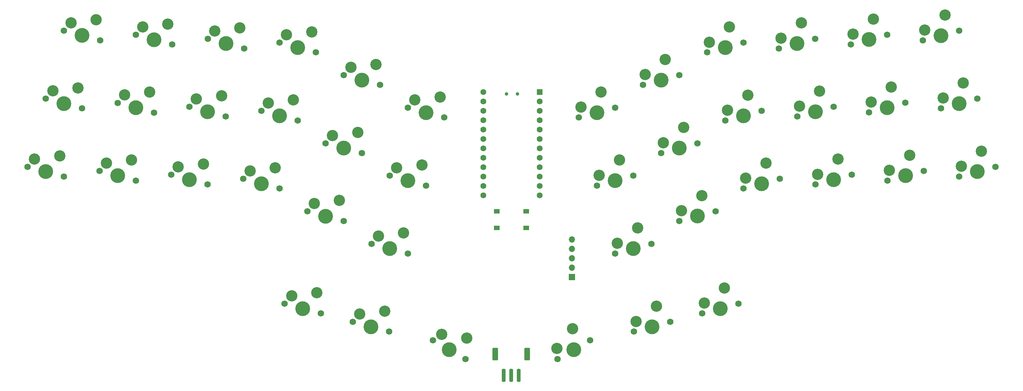
<source format=gts>
G04 #@! TF.GenerationSoftware,KiCad,Pcbnew,(6.0.8-1)-1*
G04 #@! TF.CreationDate,2022-11-12T18:34:57-05:00*
G04 #@! TF.ProjectId,ergo3by6plus3nonSplit,6572676f-3362-4793-9670-6c7573336e6f,rev?*
G04 #@! TF.SameCoordinates,Original*
G04 #@! TF.FileFunction,Soldermask,Top*
G04 #@! TF.FilePolarity,Negative*
%FSLAX46Y46*%
G04 Gerber Fmt 4.6, Leading zero omitted, Abs format (unit mm)*
G04 Created by KiCad (PCBNEW (6.0.8-1)-1) date 2022-11-12 18:34:57*
%MOMM*%
%LPD*%
G01*
G04 APERTURE LIST*
G04 Aperture macros list*
%AMRoundRect*
0 Rectangle with rounded corners*
0 $1 Rounding radius*
0 $2 $3 $4 $5 $6 $7 $8 $9 X,Y pos of 4 corners*
0 Add a 4 corners polygon primitive as box body*
4,1,4,$2,$3,$4,$5,$6,$7,$8,$9,$2,$3,0*
0 Add four circle primitives for the rounded corners*
1,1,$1+$1,$2,$3*
1,1,$1+$1,$4,$5*
1,1,$1+$1,$6,$7*
1,1,$1+$1,$8,$9*
0 Add four rect primitives between the rounded corners*
20,1,$1+$1,$2,$3,$4,$5,0*
20,1,$1+$1,$4,$5,$6,$7,0*
20,1,$1+$1,$6,$7,$8,$9,0*
20,1,$1+$1,$8,$9,$2,$3,0*%
G04 Aperture macros list end*
%ADD10R,1.700000X1.700000*%
%ADD11O,1.700000X1.700000*%
%ADD12C,0.939800*%
%ADD13RoundRect,0.250000X0.250000X1.500000X-0.250000X1.500000X-0.250000X-1.500000X0.250000X-1.500000X0*%
%ADD14RoundRect,0.250001X0.499999X1.449999X-0.499999X1.449999X-0.499999X-1.449999X0.499999X-1.449999X0*%
%ADD15C,1.750000*%
%ADD16C,3.050000*%
%ADD17C,4.000000*%
%ADD18R,1.550000X1.300000*%
%ADD19R,1.600000X1.600000*%
%ADD20C,1.600000*%
G04 APERTURE END LIST*
D10*
X164110000Y-130970000D03*
D11*
X164110000Y-128430000D03*
X164110000Y-125890000D03*
X164110000Y-123350000D03*
X164110000Y-120810000D03*
D12*
X146430000Y-81481901D03*
X149430000Y-81481901D03*
D13*
X149710000Y-157520000D03*
X147710000Y-157520000D03*
X145710000Y-157520000D03*
D14*
X143360000Y-151770000D03*
X152060000Y-151770000D03*
D15*
X126520591Y-148060000D03*
X135319409Y-153140000D03*
D16*
X135659705Y-147470591D03*
D17*
X130920000Y-150600000D03*
D16*
X128890443Y-146495295D03*
D15*
X56006903Y-68089801D03*
D16*
X48077223Y-63335448D03*
D17*
X51100000Y-66775000D03*
D15*
X46193097Y-65460199D03*
D16*
X54868252Y-62525497D03*
D15*
X75456903Y-69139801D03*
D16*
X67527223Y-64385448D03*
D17*
X70550000Y-67825000D03*
D15*
X65643097Y-66510199D03*
D16*
X74318252Y-63575497D03*
D15*
X85068097Y-67585199D03*
D16*
X86952223Y-65460448D03*
X93743252Y-64650497D03*
D17*
X89975000Y-68900000D03*
D15*
X94881903Y-70214801D03*
X112256903Y-79014801D03*
D16*
X111118252Y-73450497D03*
D17*
X107350000Y-77700000D03*
D16*
X104327223Y-74260448D03*
D15*
X102443097Y-76385199D03*
X129606903Y-87814801D03*
D16*
X128468252Y-82250497D03*
D17*
X124700000Y-86500000D03*
D15*
X119793097Y-85185199D03*
D16*
X121677223Y-83060448D03*
D15*
X175806903Y-85175199D03*
X165993097Y-87804801D03*
D16*
X166562422Y-85022649D03*
D17*
X170900000Y-86490000D03*
D16*
X172038651Y-80925696D03*
D15*
X193176903Y-76385199D03*
D16*
X183932422Y-76232649D03*
D17*
X188270000Y-77700000D03*
D16*
X189408651Y-72135696D03*
D15*
X183363097Y-79014801D03*
D17*
X205625000Y-68900000D03*
D15*
X200718097Y-70214801D03*
X210531903Y-67585199D03*
D16*
X201287422Y-67432649D03*
X206763651Y-63335696D03*
D17*
X225050000Y-67825000D03*
D16*
X220712422Y-66357649D03*
X226188651Y-62260696D03*
D15*
X220143097Y-69139801D03*
X229956903Y-66510199D03*
D16*
X240187422Y-65282649D03*
X245663651Y-61185696D03*
D17*
X244525000Y-66750000D03*
D15*
X249431903Y-65435199D03*
X239618097Y-68064801D03*
X268831903Y-64335199D03*
X259018097Y-66964801D03*
D16*
X259587422Y-64182649D03*
D17*
X263925000Y-65650000D03*
D16*
X265063651Y-60085696D03*
X30518252Y-79800497D03*
D15*
X31656903Y-85364801D03*
D17*
X26750000Y-84050000D03*
D16*
X23727223Y-80610448D03*
D15*
X21843097Y-82735199D03*
D17*
X46182777Y-85169552D03*
D16*
X49951029Y-80920049D03*
X43160000Y-81730000D03*
D15*
X41275874Y-83854751D03*
X51089680Y-86484353D03*
X70506903Y-87539801D03*
D16*
X69368252Y-81975497D03*
X62577223Y-82785448D03*
D15*
X60693097Y-84910199D03*
D17*
X65600000Y-86225000D03*
D16*
X88818252Y-83075497D03*
D15*
X89956903Y-88639801D03*
X80143097Y-86010199D03*
D17*
X85050000Y-87325000D03*
D16*
X82027223Y-83885448D03*
D15*
X97518097Y-94785199D03*
X107331903Y-97414801D03*
D17*
X102425000Y-96100000D03*
D16*
X106193252Y-91850497D03*
X99402223Y-92660448D03*
X116757223Y-101450448D03*
D15*
X124686903Y-106204801D03*
D16*
X123548252Y-100640497D03*
D17*
X119780000Y-104890000D03*
D15*
X114873097Y-103575199D03*
X170923097Y-106204801D03*
D16*
X176968651Y-99325696D03*
D17*
X175830000Y-104890000D03*
D16*
X171492422Y-103422649D03*
D15*
X180736903Y-103575199D03*
X198106903Y-94785199D03*
X188293097Y-97414801D03*
D16*
X188862422Y-94632649D03*
X194338651Y-90535696D03*
D17*
X193200000Y-96100000D03*
D16*
X206212422Y-85857649D03*
X211688651Y-81760696D03*
D17*
X210550000Y-87325000D03*
D15*
X215456903Y-86010199D03*
X205643097Y-88639801D03*
X244493097Y-86439801D03*
D16*
X245062422Y-83657649D03*
D17*
X249400000Y-85125000D03*
D15*
X254306903Y-83810199D03*
D16*
X250538651Y-79560696D03*
D17*
X268860000Y-84050000D03*
D16*
X269998651Y-78485696D03*
D15*
X273766903Y-82735199D03*
X263953097Y-85364801D03*
D16*
X264522422Y-82582649D03*
D15*
X26731903Y-103764801D03*
D17*
X21825000Y-102450000D03*
D15*
X16918097Y-101135199D03*
D16*
X18802223Y-99010448D03*
X25593252Y-98200497D03*
X45028252Y-99320497D03*
D15*
X46166903Y-104884801D03*
D16*
X38237223Y-100130448D03*
D15*
X36353097Y-102255199D03*
D17*
X41260000Y-103570000D03*
D15*
X55783097Y-103315199D03*
D16*
X64458252Y-100380497D03*
D17*
X60690000Y-104630000D03*
D16*
X57667223Y-101190448D03*
D15*
X65596903Y-105944801D03*
D16*
X83893252Y-101450497D03*
X77102223Y-102260448D03*
D15*
X85031903Y-107014801D03*
X75218097Y-104385199D03*
D17*
X80125000Y-105700000D03*
D15*
X92573097Y-113195199D03*
D16*
X94457223Y-111070448D03*
D17*
X97480000Y-114510000D03*
D15*
X102386903Y-115824801D03*
D16*
X101248252Y-110260497D03*
D17*
X114850000Y-123300000D03*
D16*
X118618252Y-119050497D03*
D15*
X119756903Y-124614801D03*
X109943097Y-121985199D03*
D16*
X111827223Y-119860448D03*
X181908651Y-117715696D03*
D17*
X180770000Y-123280000D03*
D15*
X175863097Y-124594801D03*
X185676903Y-121965199D03*
D16*
X176432422Y-121812649D03*
D15*
X193218097Y-115804801D03*
D17*
X198125000Y-114490000D03*
D15*
X203031903Y-113175199D03*
D16*
X193787422Y-113022649D03*
X199263651Y-108925696D03*
D15*
X220381903Y-104385199D03*
D16*
X211137422Y-104232649D03*
D17*
X215475000Y-105700000D03*
D15*
X210568097Y-107014801D03*
D16*
X216613651Y-100135696D03*
D17*
X254360000Y-103570000D03*
D16*
X255498651Y-98005696D03*
X250022422Y-102102649D03*
D15*
X249453097Y-104884801D03*
X259266903Y-102255199D03*
X268873097Y-103774801D03*
D16*
X274918651Y-96895696D03*
X269442422Y-100992649D03*
D17*
X273780000Y-102460000D03*
D15*
X278686903Y-101145199D03*
D17*
X91350000Y-139490000D03*
D15*
X96256903Y-140804801D03*
X86443097Y-138175199D03*
D16*
X88327223Y-136050448D03*
X95118252Y-135240497D03*
X106727223Y-140985448D03*
D17*
X109750000Y-144425000D03*
D15*
X114656903Y-145739801D03*
X104843097Y-143110199D03*
D16*
X113518252Y-140175497D03*
D15*
X180943097Y-145734801D03*
D16*
X181512422Y-142952649D03*
D15*
X190756903Y-143105199D03*
D16*
X186988651Y-138855696D03*
D17*
X185850000Y-144420000D03*
D15*
X199363097Y-140804801D03*
D16*
X205408651Y-133925696D03*
X199932422Y-138022649D03*
D15*
X209176903Y-138175199D03*
D17*
X204270000Y-139490000D03*
X234940000Y-104630000D03*
D15*
X239846903Y-103315199D03*
X230033097Y-105944801D03*
D16*
X230602422Y-103162649D03*
X236078651Y-99065696D03*
D15*
X36579871Y-66963763D03*
D16*
X35441220Y-61399459D03*
D15*
X26766065Y-64334161D03*
D16*
X28650191Y-62209410D03*
D17*
X31672968Y-65648962D03*
D15*
X169079409Y-148060000D03*
D17*
X164680000Y-150600000D03*
D16*
X164339705Y-144930591D03*
D15*
X160280591Y-153140000D03*
D16*
X160110443Y-150305295D03*
D18*
X151760000Y-113160000D03*
X143800000Y-113160000D03*
X143800000Y-117660000D03*
X151760000Y-117660000D03*
D15*
X225093097Y-87539801D03*
D17*
X230000000Y-86225000D03*
D15*
X234906903Y-84910199D03*
D16*
X231138651Y-80660696D03*
X225662422Y-84757649D03*
D19*
X155420000Y-80950000D03*
D20*
X155420000Y-83490000D03*
X155420000Y-86030000D03*
X155420000Y-88570000D03*
X155420000Y-91110000D03*
X155420000Y-93650000D03*
X155420000Y-96190000D03*
X155420000Y-98730000D03*
X155420000Y-101270000D03*
X155420000Y-103810000D03*
X155420000Y-106350000D03*
X155420000Y-108890000D03*
X140180000Y-108890000D03*
X140180000Y-106350000D03*
X140180000Y-103810000D03*
X140180000Y-101270000D03*
X140180000Y-98730000D03*
X140180000Y-96190000D03*
X140180000Y-93650000D03*
X140180000Y-91110000D03*
X140180000Y-88570000D03*
X140180000Y-86030000D03*
X140180000Y-83490000D03*
X140180000Y-80950000D03*
M02*

</source>
